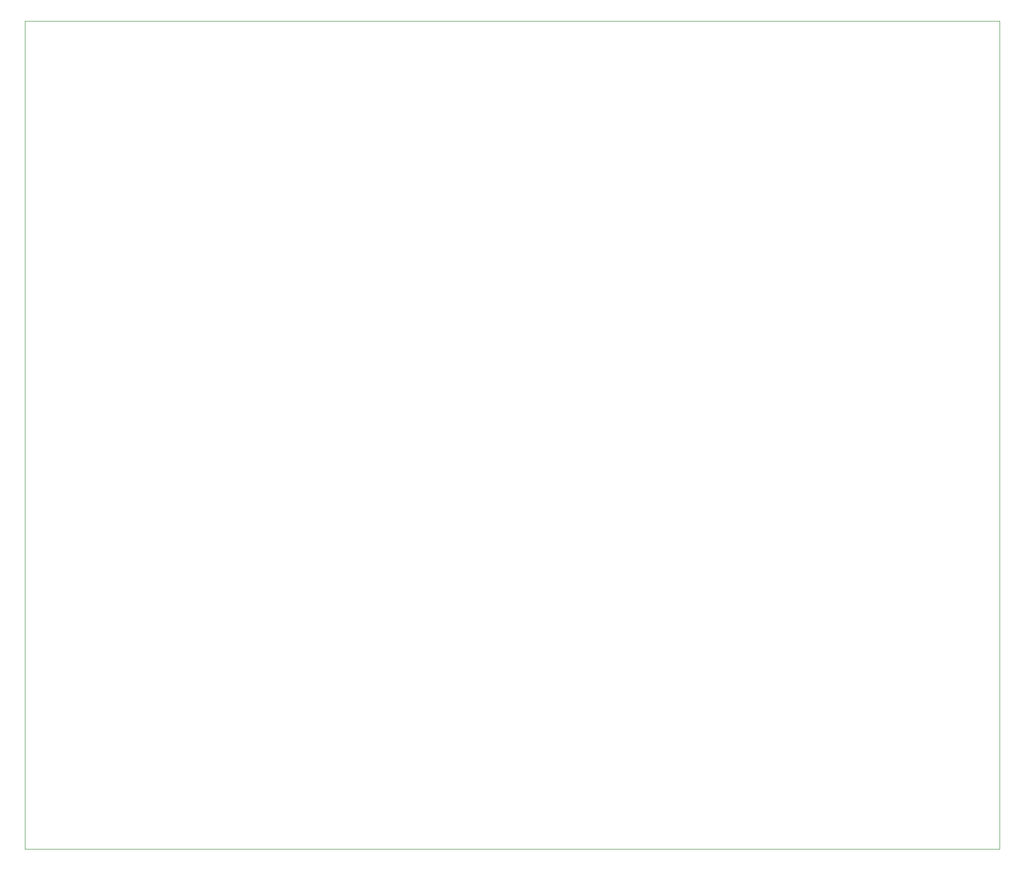
<source format=gbr>
%TF.GenerationSoftware,KiCad,Pcbnew,(5.1.10)-1*%
%TF.CreationDate,2021-06-04T17:59:31+02:00*%
%TF.ProjectId,_Real_EEE3088Project,5f526561-6c5f-4454-9545-333038385072,rev?*%
%TF.SameCoordinates,Original*%
%TF.FileFunction,Profile,NP*%
%FSLAX46Y46*%
G04 Gerber Fmt 4.6, Leading zero omitted, Abs format (unit mm)*
G04 Created by KiCad (PCBNEW (5.1.10)-1) date 2021-06-04 17:59:31*
%MOMM*%
%LPD*%
G01*
G04 APERTURE LIST*
%TA.AperFunction,Profile*%
%ADD10C,0.100000*%
%TD*%
G04 APERTURE END LIST*
D10*
X34290000Y-16510000D02*
X203200000Y-16510000D01*
X34290000Y-160020000D02*
X34290000Y-16510000D01*
X203200000Y-160020000D02*
X34290000Y-160020000D01*
X203200000Y-16510000D02*
X203200000Y-160020000D01*
M02*

</source>
